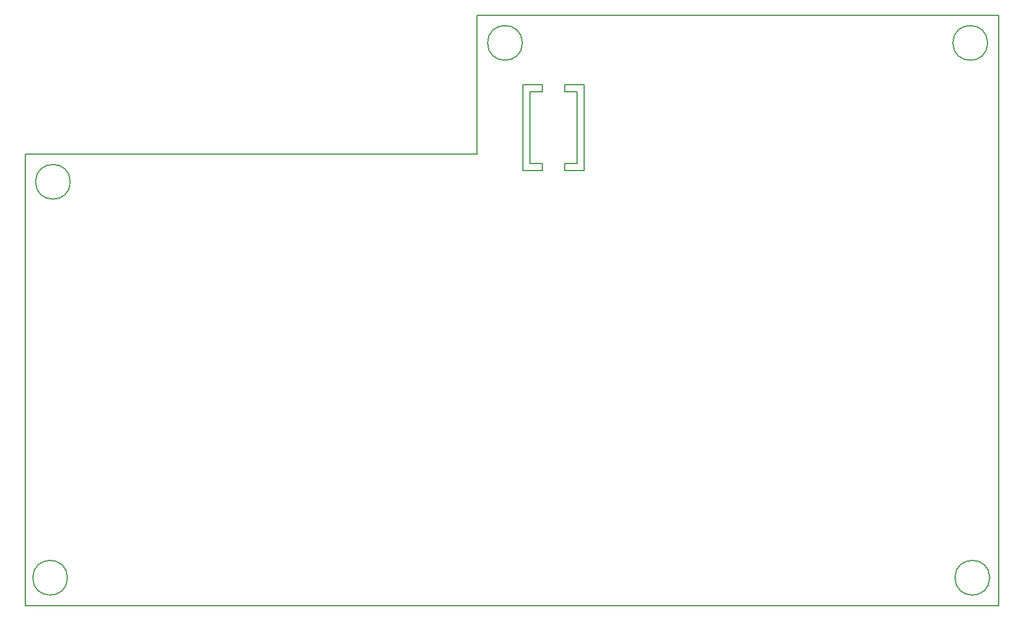
<source format=gbr>
G04 #@! TF.GenerationSoftware,KiCad,Pcbnew,(5.0.0)*
G04 #@! TF.CreationDate,2021-03-26T16:55:41-04:00*
G04 #@! TF.ProjectId,Projet_ControlledEnvironment,50726F6A65745F436F6E74726F6C6C65,2.0*
G04 #@! TF.SameCoordinates,Original*
G04 #@! TF.FileFunction,Profile,NP*
%FSLAX46Y46*%
G04 Gerber Fmt 4.6, Leading zero omitted, Abs format (unit mm)*
G04 Created by KiCad (PCBNEW (5.0.0)) date 03/26/21 16:55:41*
%MOMM*%
%LPD*%
G01*
G04 APERTURE LIST*
%ADD10C,0.200000*%
G04 APERTURE END LIST*
D10*
X138358182Y-59344837D02*
X136608181Y-59344838D01*
X136608181Y-49044837D02*
X138358181Y-49044837D01*
X136608182Y-48044838D02*
X136608181Y-49044837D01*
X136608181Y-59344838D02*
X136608182Y-60344837D01*
X138358182Y-59344837D02*
X138358181Y-49044837D01*
X136608182Y-60344837D02*
X139358181Y-60344837D01*
X139358181Y-48044837D02*
X136608182Y-48044838D01*
X139358181Y-48044837D02*
X139358182Y-60344837D01*
X130500000Y-42000000D02*
G75*
G03X130500000Y-42000000I-2500000J0D01*
G01*
X130600000Y-60350000D02*
X133350000Y-60350000D01*
X133350000Y-48050000D02*
X130600000Y-48050001D01*
X131600000Y-49050000D02*
X131600000Y-59350000D01*
X133350001Y-49050000D02*
X133350000Y-48050000D01*
X133350000Y-60350000D02*
X133350000Y-59350000D01*
X131600000Y-49050000D02*
X133350001Y-49050000D01*
X133350000Y-59350000D02*
X131600000Y-59350000D01*
X130600000Y-60350000D02*
X130600000Y-48050000D01*
X197400000Y-42000000D02*
G75*
G03X197400000Y-42000000I-2500000J0D01*
G01*
X197700000Y-119000000D02*
G75*
G03X197700000Y-119000000I-2500000J0D01*
G01*
X65100000Y-119000000D02*
G75*
G03X65100000Y-119000000I-2500000J0D01*
G01*
X124000000Y-58000000D02*
X124000000Y-38000000D01*
X124000000Y-58000000D02*
X59000000Y-58000000D01*
X65500000Y-62000000D02*
G75*
G03X65500000Y-62000000I-2500000J0D01*
G01*
X124000000Y-38000000D02*
X199000000Y-38000000D01*
X59000000Y-123000000D02*
X59000000Y-58000000D01*
X199000000Y-123000000D02*
X59000000Y-123000000D01*
X199000000Y-38000000D02*
X199000000Y-123000000D01*
M02*

</source>
